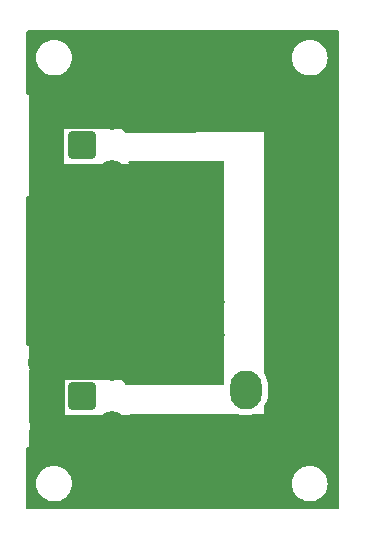
<source format=gbr>
%TF.GenerationSoftware,KiCad,Pcbnew,7.0.1*%
%TF.CreationDate,2023-11-03T16:47:46+00:00*%
%TF.ProjectId,SMA_Kondensator_Tets,534d415f-4b6f-46e6-9465-6e7361746f72,rev?*%
%TF.SameCoordinates,Original*%
%TF.FileFunction,Copper,L2,Bot*%
%TF.FilePolarity,Positive*%
%FSLAX46Y46*%
G04 Gerber Fmt 4.6, Leading zero omitted, Abs format (unit mm)*
G04 Created by KiCad (PCBNEW 7.0.1) date 2023-11-03 16:47:46*
%MOMM*%
%LPD*%
G01*
G04 APERTURE LIST*
G04 Aperture macros list*
%AMRoundRect*
0 Rectangle with rounded corners*
0 $1 Rounding radius*
0 $2 $3 $4 $5 $6 $7 $8 $9 X,Y pos of 4 corners*
0 Add a 4 corners polygon primitive as box body*
4,1,4,$2,$3,$4,$5,$6,$7,$8,$9,$2,$3,0*
0 Add four circle primitives for the rounded corners*
1,1,$1+$1,$2,$3*
1,1,$1+$1,$4,$5*
1,1,$1+$1,$6,$7*
1,1,$1+$1,$8,$9*
0 Add four rect primitives between the rounded corners*
20,1,$1+$1,$2,$3,$4,$5,0*
20,1,$1+$1,$4,$5,$6,$7,0*
20,1,$1+$1,$6,$7,$8,$9,0*
20,1,$1+$1,$8,$9,$2,$3,0*%
G04 Aperture macros list end*
%TA.AperFunction,ComponentPad*%
%ADD10RoundRect,0.200100X0.949900X-0.949900X0.949900X0.949900X-0.949900X0.949900X-0.949900X-0.949900X0*%
%TD*%
%TA.AperFunction,ComponentPad*%
%ADD11C,2.500000*%
%TD*%
%TA.AperFunction,ComponentPad*%
%ADD12RoundRect,0.250001X1.099999X1.399999X-1.099999X1.399999X-1.099999X-1.399999X1.099999X-1.399999X0*%
%TD*%
%TA.AperFunction,ComponentPad*%
%ADD13O,2.700000X3.300000*%
%TD*%
%TA.AperFunction,ViaPad*%
%ADD14C,0.800000*%
%TD*%
%TA.AperFunction,Conductor*%
%ADD15C,3.000000*%
%TD*%
%TA.AperFunction,Conductor*%
%ADD16C,8.000000*%
%TD*%
G04 APERTURE END LIST*
D10*
%TO.P,J2,1,Pin_1*%
%TO.N,Net-(J1-Pin_1)*%
X117620000Y-68430000D03*
D11*
%TO.P,J2,2,Pin_2*%
%TO.N,GND*%
X115080000Y-70970000D03*
X120160000Y-70970000D03*
X115080000Y-65890000D03*
X120160000Y-65890000D03*
%TD*%
D10*
%TO.P,J1,1,Pin_1*%
%TO.N,Net-(J1-Pin_1)*%
X117650000Y-89680000D03*
D11*
%TO.P,J1,2,Pin_2*%
%TO.N,GND*%
X115110000Y-92220000D03*
X120190000Y-92220000D03*
X115110000Y-87140000D03*
X120190000Y-87140000D03*
%TD*%
D12*
%TO.P,J4,1,Pin_1*%
%TO.N,GND*%
X131530000Y-94640000D03*
D13*
%TO.P,J4,2,Pin_2*%
%TO.N,Net-(J1-Pin_1)*%
X131530000Y-89140000D03*
%TD*%
D14*
%TO.N,GND*%
X125200000Y-95250000D03*
X127990000Y-95240000D03*
X117900000Y-95190000D03*
X119340000Y-95190000D03*
X126580000Y-95260000D03*
X122160000Y-95210000D03*
X120830000Y-95230000D03*
X123600000Y-95240000D03*
X123880000Y-83710000D03*
X115380000Y-81610000D03*
X126870000Y-83730000D03*
X126880000Y-81640000D03*
X116820000Y-81640000D03*
X121080000Y-81660000D03*
X125430000Y-83730000D03*
X118190000Y-83750000D03*
X115370000Y-83730000D03*
X116700000Y-83710000D03*
X122540000Y-81630000D03*
X121090000Y-83720000D03*
X119630000Y-83750000D03*
X118150000Y-81620000D03*
X123950000Y-81610000D03*
X119640000Y-81660000D03*
X122500000Y-83700000D03*
X125330000Y-81620000D03*
X124000000Y-79690000D03*
X115500000Y-77590000D03*
X126990000Y-79710000D03*
X127000000Y-77620000D03*
X116940000Y-77620000D03*
X121200000Y-77640000D03*
X125550000Y-79710000D03*
X118310000Y-79730000D03*
X115490000Y-79710000D03*
X116820000Y-79690000D03*
X122660000Y-77610000D03*
X121210000Y-79700000D03*
X119750000Y-79730000D03*
X118270000Y-77600000D03*
X124070000Y-77590000D03*
X119760000Y-77640000D03*
X122620000Y-79680000D03*
X125450000Y-77600000D03*
X123780000Y-75450000D03*
X115280000Y-73350000D03*
X126770000Y-75470000D03*
X126780000Y-73380000D03*
X116720000Y-73380000D03*
X120980000Y-73400000D03*
X125330000Y-75470000D03*
X118090000Y-75490000D03*
X115270000Y-75470000D03*
X116600000Y-75450000D03*
X122440000Y-73370000D03*
X120990000Y-75460000D03*
X119530000Y-75490000D03*
X118050000Y-73360000D03*
X123850000Y-73350000D03*
X119540000Y-73400000D03*
X122400000Y-75440000D03*
X125230000Y-73360000D03*
X136530000Y-77610000D03*
X136530000Y-69040000D03*
X136530000Y-83440000D03*
X136520000Y-71810000D03*
X136480000Y-92090000D03*
X136540000Y-67440000D03*
X136480000Y-74740000D03*
X136500000Y-80540000D03*
X136500000Y-89270000D03*
X136540000Y-86230000D03*
X136500000Y-70480000D03*
X136500000Y-63190000D03*
X136510000Y-76200000D03*
X136480000Y-73300000D03*
X136480000Y-93530000D03*
X136520000Y-78990000D03*
X136520000Y-90600000D03*
X136530000Y-87830000D03*
X136550000Y-84850000D03*
X136550000Y-66060000D03*
X136500000Y-81980000D03*
X136530000Y-64650000D03*
X126010000Y-63210000D03*
X118880000Y-63240000D03*
X121750000Y-63190000D03*
X117500000Y-63230000D03*
X123190000Y-63190000D03*
X120290000Y-63220000D03*
X133300000Y-63210000D03*
X134740000Y-63210000D03*
X131840000Y-63240000D03*
X130430000Y-63260000D03*
X127450000Y-63240000D03*
X129050000Y-63250000D03*
X124680000Y-63230000D03*
X114080000Y-82080000D03*
X114080000Y-74790000D03*
X114080000Y-73350000D03*
X114110000Y-76250000D03*
X114130000Y-77660000D03*
X114110000Y-80640000D03*
X114120000Y-79040000D03*
X114100000Y-83410000D03*
X125670000Y-98270000D03*
X118540000Y-98300000D03*
X121410000Y-98250000D03*
X117160000Y-98290000D03*
X122850000Y-98250000D03*
X119950000Y-98280000D03*
X132960000Y-98270000D03*
X134400000Y-98270000D03*
X131500000Y-98300000D03*
X130090000Y-98320000D03*
X127110000Y-98300000D03*
X128710000Y-98310000D03*
X124340000Y-98290000D03*
X138560000Y-90260000D03*
X138540000Y-94520000D03*
X138540000Y-93080000D03*
X138560000Y-82970000D03*
X138560000Y-81530000D03*
X138590000Y-84430000D03*
X138610000Y-85840000D03*
X138590000Y-88820000D03*
X138600000Y-87220000D03*
X138580000Y-91590000D03*
X138560000Y-71470000D03*
X138590000Y-78600000D03*
X138540000Y-75730000D03*
X138580000Y-79980000D03*
X138540000Y-74290000D03*
X138570000Y-77190000D03*
X138560000Y-64180000D03*
X138560000Y-62740000D03*
X138590000Y-65640000D03*
X138610000Y-67050000D03*
X138590000Y-70030000D03*
X138600000Y-68430000D03*
X138580000Y-72800000D03*
X134710000Y-59590000D03*
X130400000Y-59640000D03*
X133270000Y-59590000D03*
X129020000Y-59630000D03*
X131810000Y-59620000D03*
X124650000Y-59610000D03*
X123160000Y-59570000D03*
X127420000Y-59620000D03*
X125980000Y-59590000D03*
X118850000Y-59620000D03*
X121720000Y-59570000D03*
X117470000Y-59610000D03*
X120260000Y-59600000D03*
X133870000Y-84450000D03*
X129050000Y-70160000D03*
X126500000Y-66720000D03*
X129260000Y-83200000D03*
X133780000Y-72280000D03*
X132390000Y-91650000D03*
X125020000Y-88240000D03*
X123710000Y-66730000D03*
X133730000Y-71050000D03*
X129240000Y-75010000D03*
X127960000Y-66690000D03*
X126260000Y-70170000D03*
X125090000Y-66740000D03*
X133840000Y-77500000D03*
X133830000Y-73540000D03*
X133860000Y-83030000D03*
X133850000Y-76180000D03*
X134040000Y-90910000D03*
X132220000Y-66710000D03*
X123210000Y-91690000D03*
X123120000Y-88230000D03*
X133940000Y-88460000D03*
X133660000Y-66740000D03*
X129260000Y-77650000D03*
X133900000Y-78870000D03*
X129250000Y-76390000D03*
X133840000Y-74920000D03*
X133920000Y-80180000D03*
X133640000Y-68300000D03*
X129190000Y-73750000D03*
X129090000Y-71300000D03*
X129140000Y-72520000D03*
X129260000Y-80300000D03*
X130490000Y-91640000D03*
X126730000Y-88230000D03*
X129270000Y-84500000D03*
X124800000Y-70200000D03*
X129240000Y-85990000D03*
X129230000Y-87360000D03*
X133880000Y-81620000D03*
X129270000Y-81670000D03*
X133680000Y-69830000D03*
X129250000Y-78970000D03*
X127640000Y-70180000D03*
X123360000Y-70200000D03*
X129400000Y-66690000D03*
X128300000Y-91720000D03*
X133880000Y-85920000D03*
X125110000Y-91700000D03*
X128210000Y-88260000D03*
X130890000Y-66730000D03*
X126820000Y-91690000D03*
%TD*%
D15*
%TO.N,GND*%
X114630000Y-92710000D02*
X121770000Y-92710000D01*
D16*
X122685000Y-95270000D02*
X130170000Y-95270000D01*
D15*
X114630000Y-86590000D02*
X114630000Y-93730000D01*
X114480000Y-86750000D02*
X121620000Y-86750000D01*
X114630000Y-65480000D02*
X121770000Y-65480000D01*
X114590000Y-71410000D02*
X121730000Y-71410000D01*
X114580000Y-65555000D02*
X114580000Y-83025000D01*
%TD*%
%TA.AperFunction,Conductor*%
%TO.N,GND*%
G36*
X139357500Y-58702113D02*
G01*
X139402887Y-58747500D01*
X139419500Y-58809500D01*
X139419500Y-72421944D01*
X139360274Y-99106368D01*
X139343585Y-99168225D01*
X139298248Y-99213495D01*
X139236367Y-99230093D01*
X113044593Y-99249830D01*
X112982554Y-99233248D01*
X112937128Y-99187857D01*
X112920500Y-99125830D01*
X112920500Y-97059999D01*
X113750686Y-97059999D01*
X113769268Y-97296110D01*
X113824556Y-97526404D01*
X113879258Y-97658465D01*
X113915191Y-97745214D01*
X114038939Y-97947153D01*
X114192754Y-98127246D01*
X114372847Y-98281061D01*
X114574786Y-98404809D01*
X114738893Y-98472784D01*
X114793595Y-98495443D01*
X114866350Y-98512909D01*
X115023891Y-98550732D01*
X115260000Y-98569314D01*
X115496109Y-98550732D01*
X115726404Y-98495443D01*
X115945214Y-98404809D01*
X116147153Y-98281061D01*
X116327246Y-98127246D01*
X116481061Y-97947153D01*
X116604809Y-97745214D01*
X116695443Y-97526404D01*
X116750732Y-97296109D01*
X116769314Y-97060000D01*
X135400686Y-97060000D01*
X135419268Y-97296110D01*
X135474556Y-97526404D01*
X135529258Y-97658465D01*
X135565191Y-97745214D01*
X135688939Y-97947153D01*
X135842754Y-98127246D01*
X136022847Y-98281061D01*
X136224786Y-98404809D01*
X136388893Y-98472784D01*
X136443595Y-98495443D01*
X136516350Y-98512909D01*
X136673891Y-98550732D01*
X136910000Y-98569314D01*
X137146109Y-98550732D01*
X137376404Y-98495443D01*
X137595214Y-98404809D01*
X137797153Y-98281061D01*
X137977246Y-98127246D01*
X138131061Y-97947153D01*
X138254809Y-97745214D01*
X138345443Y-97526404D01*
X138400732Y-97296109D01*
X138419314Y-97060000D01*
X138400732Y-96823891D01*
X138348141Y-96604832D01*
X138345443Y-96593595D01*
X138310130Y-96508344D01*
X138254809Y-96374786D01*
X138131061Y-96172847D01*
X137977246Y-95992754D01*
X137797153Y-95838939D01*
X137595214Y-95715191D01*
X137497945Y-95674901D01*
X137376404Y-95624556D01*
X137146110Y-95569268D01*
X136910000Y-95550686D01*
X136673889Y-95569268D01*
X136443595Y-95624556D01*
X136262537Y-95699554D01*
X136224786Y-95715191D01*
X136023702Y-95838415D01*
X136022844Y-95838941D01*
X135842754Y-95992754D01*
X135688941Y-96172844D01*
X135688939Y-96172846D01*
X135688939Y-96172847D01*
X135565191Y-96374786D01*
X135551917Y-96406832D01*
X135474556Y-96593595D01*
X135419268Y-96823889D01*
X135400686Y-97060000D01*
X116769314Y-97060000D01*
X116750732Y-96823891D01*
X116698141Y-96604832D01*
X116695443Y-96593595D01*
X116660130Y-96508344D01*
X116604809Y-96374786D01*
X116481061Y-96172847D01*
X116327246Y-95992754D01*
X116147153Y-95838939D01*
X115945214Y-95715191D01*
X115847945Y-95674901D01*
X115726404Y-95624556D01*
X115496110Y-95569268D01*
X115260000Y-95550686D01*
X115023889Y-95569268D01*
X114793595Y-95624556D01*
X114612537Y-95699554D01*
X114574786Y-95715191D01*
X114373702Y-95838415D01*
X114372844Y-95838941D01*
X114192754Y-95992754D01*
X114038941Y-96172844D01*
X114038939Y-96172846D01*
X114038939Y-96172847D01*
X113915191Y-96374786D01*
X113901917Y-96406832D01*
X113824556Y-96593595D01*
X113769268Y-96823889D01*
X113750686Y-97059999D01*
X112920500Y-97059999D01*
X112920500Y-95699760D01*
X112920541Y-95699554D01*
X112920541Y-95650446D01*
X112920500Y-95650240D01*
X112920500Y-94890000D01*
X129680000Y-94890000D01*
X129680000Y-96089978D01*
X129690493Y-96192695D01*
X129745642Y-96359121D01*
X129837683Y-96508344D01*
X129961655Y-96632316D01*
X130110878Y-96724357D01*
X130277304Y-96779506D01*
X130380022Y-96790000D01*
X131280000Y-96790000D01*
X131280000Y-94890000D01*
X131780000Y-94890000D01*
X131780000Y-96790000D01*
X132679978Y-96790000D01*
X132782695Y-96779506D01*
X132949121Y-96724357D01*
X133098344Y-96632316D01*
X133222316Y-96508344D01*
X133314357Y-96359121D01*
X133369506Y-96192695D01*
X133380000Y-96089978D01*
X133380000Y-94890000D01*
X131780000Y-94890000D01*
X131280000Y-94890000D01*
X129680000Y-94890000D01*
X112920500Y-94890000D01*
X112920500Y-94390000D01*
X129680000Y-94390000D01*
X131280000Y-94390000D01*
X131280000Y-92490000D01*
X131780000Y-92490000D01*
X131780000Y-94390000D01*
X133380000Y-94390000D01*
X133380000Y-93190022D01*
X133369506Y-93087304D01*
X133314357Y-92920878D01*
X133222316Y-92771655D01*
X133098344Y-92647683D01*
X132949121Y-92555642D01*
X132782695Y-92500493D01*
X132679978Y-92490000D01*
X131780000Y-92490000D01*
X131280000Y-92490000D01*
X130380022Y-92490000D01*
X130277304Y-92500493D01*
X130110878Y-92555642D01*
X129961655Y-92647683D01*
X129837683Y-92771655D01*
X129745642Y-92920878D01*
X129690493Y-93087304D01*
X129680000Y-93190022D01*
X129680000Y-94390000D01*
X112920500Y-94390000D01*
X112920500Y-94050620D01*
X112934018Y-93994320D01*
X112971624Y-93950295D01*
X113025120Y-93928144D01*
X113082841Y-93932696D01*
X113132203Y-93962960D01*
X113149616Y-93980381D01*
X113149617Y-93980383D01*
X113149808Y-93980461D01*
X113149999Y-93980541D01*
X113150000Y-93980541D01*
X113150001Y-93980541D01*
X113150127Y-93980488D01*
X113150383Y-93980383D01*
X113150500Y-93980099D01*
X113150500Y-93622720D01*
X114060831Y-93622720D01*
X114232546Y-93739793D01*
X114468860Y-93853596D01*
X114719496Y-93930908D01*
X114978856Y-93970000D01*
X115241144Y-93970000D01*
X115500503Y-93930908D01*
X115751139Y-93853596D01*
X115987456Y-93739792D01*
X116159167Y-93622720D01*
X119140831Y-93622720D01*
X119312546Y-93739793D01*
X119548860Y-93853596D01*
X119799496Y-93930908D01*
X120058856Y-93970000D01*
X120321144Y-93970000D01*
X120580503Y-93930908D01*
X120831139Y-93853596D01*
X121067456Y-93739792D01*
X121239167Y-93622720D01*
X120189999Y-92573553D01*
X120189998Y-92573553D01*
X119140831Y-93622720D01*
X116159167Y-93622720D01*
X115109999Y-92573553D01*
X115109998Y-92573553D01*
X114060831Y-93622720D01*
X113150500Y-93622720D01*
X113150500Y-92599827D01*
X113164870Y-92541886D01*
X113204648Y-92497373D01*
X113260616Y-92476607D01*
X113319802Y-92484399D01*
X113368488Y-92518943D01*
X113395391Y-92572234D01*
X113433059Y-92737270D01*
X113528882Y-92981424D01*
X113660027Y-93208573D01*
X113707873Y-93268571D01*
X113707874Y-93268571D01*
X114756446Y-92220001D01*
X114756446Y-92220000D01*
X113707873Y-91171427D01*
X113660028Y-91231424D01*
X113528882Y-91458576D01*
X113433059Y-91702729D01*
X113395391Y-91867766D01*
X113368488Y-91921057D01*
X113319802Y-91955601D01*
X113260616Y-91963393D01*
X113204648Y-91942627D01*
X113164870Y-91898114D01*
X113150500Y-91840173D01*
X113150500Y-87519827D01*
X113164870Y-87461886D01*
X113204648Y-87417373D01*
X113260616Y-87396607D01*
X113319802Y-87404399D01*
X113368488Y-87438943D01*
X113395391Y-87492234D01*
X113433059Y-87657270D01*
X113528882Y-87901424D01*
X113660027Y-88128573D01*
X113707873Y-88188571D01*
X113707874Y-88188571D01*
X114756446Y-87140001D01*
X114756446Y-87140000D01*
X113707873Y-86091427D01*
X113660028Y-86151424D01*
X113528882Y-86378576D01*
X113433059Y-86622729D01*
X113395391Y-86787766D01*
X113368488Y-86841057D01*
X113319802Y-86875601D01*
X113260616Y-86883393D01*
X113204648Y-86862627D01*
X113164870Y-86818114D01*
X113150500Y-86760173D01*
X113150500Y-85737278D01*
X114060832Y-85737278D01*
X115110000Y-86786446D01*
X115110001Y-86786446D01*
X116159167Y-85737278D01*
X119140832Y-85737278D01*
X120190000Y-86786446D01*
X120190001Y-86786446D01*
X121239167Y-85737278D01*
X121067451Y-85620205D01*
X120831139Y-85506403D01*
X120580503Y-85429091D01*
X120321144Y-85390000D01*
X120058856Y-85390000D01*
X119799496Y-85429091D01*
X119548860Y-85506403D01*
X119312545Y-85620206D01*
X119140832Y-85737278D01*
X116159167Y-85737278D01*
X115987451Y-85620205D01*
X115751139Y-85506403D01*
X115500503Y-85429091D01*
X115241144Y-85390000D01*
X114978856Y-85390000D01*
X114719496Y-85429091D01*
X114468860Y-85506403D01*
X114232545Y-85620206D01*
X114060832Y-85737278D01*
X113150500Y-85737278D01*
X113150500Y-85379900D01*
X113150383Y-85379618D01*
X113150383Y-85379617D01*
X113150381Y-85379616D01*
X113150001Y-85379459D01*
X113149999Y-85379459D01*
X113149618Y-85379616D01*
X113132203Y-85397040D01*
X113082841Y-85427304D01*
X113025120Y-85431856D01*
X112971624Y-85409705D01*
X112934018Y-85365680D01*
X112920500Y-85309380D01*
X112920500Y-72830635D01*
X112934017Y-72774336D01*
X112971623Y-72730311D01*
X113025117Y-72708159D01*
X113082837Y-72712710D01*
X113096622Y-72721161D01*
X113096716Y-72720936D01*
X113119999Y-72730541D01*
X113120000Y-72730541D01*
X113120001Y-72730541D01*
X113120127Y-72730488D01*
X113120383Y-72730383D01*
X113120500Y-72730099D01*
X113120500Y-72372720D01*
X114030831Y-72372720D01*
X114202546Y-72489793D01*
X114438860Y-72603596D01*
X114689496Y-72680908D01*
X114948856Y-72720000D01*
X115211144Y-72720000D01*
X115470503Y-72680908D01*
X115721139Y-72603596D01*
X115957456Y-72489792D01*
X116129167Y-72372720D01*
X119110831Y-72372720D01*
X119282546Y-72489793D01*
X119518860Y-72603596D01*
X119769496Y-72680908D01*
X120028856Y-72720000D01*
X120291144Y-72720000D01*
X120550503Y-72680908D01*
X120801139Y-72603596D01*
X121037456Y-72489792D01*
X121209167Y-72372720D01*
X120160001Y-71323553D01*
X120160000Y-71323553D01*
X119110831Y-72372720D01*
X116129167Y-72372720D01*
X115080001Y-71323553D01*
X115080000Y-71323553D01*
X114030831Y-72372720D01*
X113120500Y-72372720D01*
X113120500Y-71349827D01*
X113134870Y-71291886D01*
X113174648Y-71247373D01*
X113230616Y-71226607D01*
X113289802Y-71234399D01*
X113338488Y-71268943D01*
X113365391Y-71322234D01*
X113403059Y-71487270D01*
X113498882Y-71731424D01*
X113630027Y-71958573D01*
X113677873Y-72018571D01*
X113677874Y-72018571D01*
X114726446Y-70970001D01*
X114726446Y-70969999D01*
X113677873Y-69921427D01*
X113630028Y-69981424D01*
X113498882Y-70208576D01*
X113403059Y-70452729D01*
X113365391Y-70617766D01*
X113338488Y-70671057D01*
X113289802Y-70705601D01*
X113230616Y-70713393D01*
X113174648Y-70692627D01*
X113134870Y-70648114D01*
X113120500Y-70590173D01*
X113120500Y-69567278D01*
X114030831Y-69567278D01*
X116482124Y-72018571D01*
X116529972Y-71958572D01*
X116661117Y-71731423D01*
X116756940Y-71487270D01*
X116815306Y-71231552D01*
X116834907Y-70969999D01*
X116815306Y-70708447D01*
X116756941Y-70452735D01*
X116677297Y-70249802D01*
X116669506Y-70190616D01*
X116690273Y-70134648D01*
X116734785Y-70094870D01*
X116792726Y-70080500D01*
X118447274Y-70080500D01*
X118505215Y-70094870D01*
X118549727Y-70134648D01*
X118570494Y-70190616D01*
X118562703Y-70249802D01*
X118483058Y-70452735D01*
X118424693Y-70708447D01*
X118405092Y-70969999D01*
X118424693Y-71231552D01*
X118483059Y-71487270D01*
X118578882Y-71731424D01*
X118710027Y-71958573D01*
X118757873Y-72018571D01*
X120072318Y-70704127D01*
X120127905Y-70672033D01*
X120192093Y-70672033D01*
X120247680Y-70704127D01*
X121562124Y-72018571D01*
X121609972Y-71958572D01*
X121741117Y-71731423D01*
X121836940Y-71487270D01*
X121895306Y-71231552D01*
X121914907Y-70969999D01*
X121895306Y-70708447D01*
X121836940Y-70452729D01*
X121741117Y-70208575D01*
X121609970Y-69981422D01*
X121570009Y-69931312D01*
X121543736Y-69867883D01*
X121555236Y-69800198D01*
X121600984Y-69749006D01*
X121666956Y-69730000D01*
X129565935Y-69730000D01*
X129627954Y-69746624D01*
X129673344Y-69792038D01*
X129689934Y-69854063D01*
X129688425Y-72720936D01*
X129680064Y-88595939D01*
X129663409Y-88657948D01*
X129617973Y-88703314D01*
X129555939Y-88719874D01*
X121359374Y-88711628D01*
X121294112Y-88692987D01*
X121248439Y-88642780D01*
X121236041Y-88576050D01*
X121239166Y-88542719D01*
X120190000Y-87493553D01*
X119836448Y-87140001D01*
X120543553Y-87140001D01*
X121592124Y-88188571D01*
X121639972Y-88128572D01*
X121771117Y-87901423D01*
X121866940Y-87657270D01*
X121925306Y-87401552D01*
X121944907Y-87139999D01*
X121925306Y-86878447D01*
X121866940Y-86622729D01*
X121771117Y-86378575D01*
X121639972Y-86151426D01*
X121592125Y-86091427D01*
X120543553Y-87140000D01*
X120543553Y-87140001D01*
X119836448Y-87140001D01*
X118787874Y-86091428D01*
X118740026Y-86151428D01*
X118608882Y-86378576D01*
X118513059Y-86622729D01*
X118454693Y-86878447D01*
X118435092Y-87139999D01*
X118454693Y-87401552D01*
X118513058Y-87657264D01*
X118592703Y-87860198D01*
X118600494Y-87919384D01*
X118579727Y-87975352D01*
X118535215Y-88015130D01*
X118477274Y-88029500D01*
X116822726Y-88029500D01*
X116764785Y-88015130D01*
X116720273Y-87975352D01*
X116699506Y-87919384D01*
X116707297Y-87860198D01*
X116786941Y-87657264D01*
X116845306Y-87401552D01*
X116864907Y-87139999D01*
X116845306Y-86878447D01*
X116786940Y-86622729D01*
X116691117Y-86378575D01*
X116559972Y-86151426D01*
X116512125Y-86091427D01*
X115110000Y-87493553D01*
X114060831Y-88542720D01*
X114232546Y-88659793D01*
X114468860Y-88773596D01*
X114719496Y-88850908D01*
X114978856Y-88890000D01*
X115241144Y-88890000D01*
X115500503Y-88850908D01*
X115751142Y-88773595D01*
X115821699Y-88739618D01*
X115882453Y-88727533D01*
X115941472Y-88746344D01*
X115984028Y-88791357D01*
X115999500Y-88851338D01*
X115999500Y-90508662D01*
X115984028Y-90568643D01*
X115941472Y-90613656D01*
X115882453Y-90632467D01*
X115821699Y-90620382D01*
X115751142Y-90586404D01*
X115500503Y-90509091D01*
X115241144Y-90470000D01*
X114978856Y-90470000D01*
X114719496Y-90509091D01*
X114468860Y-90586403D01*
X114232545Y-90700206D01*
X114060831Y-90817278D01*
X116512124Y-93268571D01*
X116559972Y-93208572D01*
X116691117Y-92981423D01*
X116786940Y-92737270D01*
X116845306Y-92481552D01*
X116864907Y-92220000D01*
X116845306Y-91958447D01*
X116786941Y-91702735D01*
X116707297Y-91499802D01*
X116699506Y-91440616D01*
X116720273Y-91384648D01*
X116764785Y-91344870D01*
X116822726Y-91330500D01*
X118477274Y-91330500D01*
X118535215Y-91344870D01*
X118579727Y-91384648D01*
X118600494Y-91440616D01*
X118592703Y-91499802D01*
X118513058Y-91702735D01*
X118454693Y-91958447D01*
X118435092Y-92220000D01*
X118454693Y-92481552D01*
X118513059Y-92737270D01*
X118608882Y-92981424D01*
X118740027Y-93208573D01*
X118787873Y-93268571D01*
X120102318Y-91954127D01*
X120157905Y-91922033D01*
X120222093Y-91922033D01*
X120277680Y-91954127D01*
X121592124Y-93268571D01*
X121639972Y-93208572D01*
X121771117Y-92981423D01*
X121866940Y-92737270D01*
X121925306Y-92481552D01*
X121944907Y-92220000D01*
X121925306Y-91958447D01*
X121866940Y-91702729D01*
X121771117Y-91458576D01*
X121693668Y-91324430D01*
X121677055Y-91262453D01*
X121693645Y-91200470D01*
X121738995Y-91155078D01*
X121800957Y-91138431D01*
X130743234Y-91131722D01*
X130800026Y-91145445D01*
X130804325Y-91147656D01*
X131049867Y-91231424D01*
X131060695Y-91235118D01*
X131327066Y-91284319D01*
X131597764Y-91294212D01*
X131597764Y-91294211D01*
X131597765Y-91294212D01*
X131867018Y-91264586D01*
X132129088Y-91196072D01*
X132243019Y-91147656D01*
X132260035Y-91140425D01*
X132308438Y-91130548D01*
X133040000Y-91130000D01*
X133039268Y-90549963D01*
X133044503Y-90514158D01*
X133059851Y-90481391D01*
X133148044Y-90348090D01*
X133263020Y-90102824D01*
X133341060Y-89843431D01*
X133380500Y-89575439D01*
X133380500Y-88772369D01*
X133377218Y-88727533D01*
X133365677Y-88569843D01*
X133306780Y-88305449D01*
X133306780Y-88305447D01*
X133210014Y-88052442D01*
X133077441Y-87816223D01*
X133061553Y-87795648D01*
X133042367Y-87759976D01*
X133035700Y-87720024D01*
X133009999Y-67330000D01*
X133009999Y-67329999D01*
X121324227Y-67356141D01*
X121276625Y-67346755D01*
X121236269Y-67319822D01*
X120160000Y-66243553D01*
X119806447Y-65890000D01*
X120513553Y-65890000D01*
X121562124Y-66938571D01*
X121609972Y-66878572D01*
X121741117Y-66651423D01*
X121836940Y-66407270D01*
X121895306Y-66151552D01*
X121914907Y-65890000D01*
X121895306Y-65628447D01*
X121836940Y-65372729D01*
X121741117Y-65128575D01*
X121609972Y-64901426D01*
X121562125Y-64841427D01*
X120513553Y-65890000D01*
X119806447Y-65890000D01*
X118757874Y-64841428D01*
X118710026Y-64901428D01*
X118578882Y-65128576D01*
X118483059Y-65372729D01*
X118424693Y-65628447D01*
X118405092Y-65890000D01*
X118424693Y-66151552D01*
X118483058Y-66407264D01*
X118562703Y-66610198D01*
X118570494Y-66669384D01*
X118549727Y-66725352D01*
X118505215Y-66765130D01*
X118447274Y-66779500D01*
X116792726Y-66779500D01*
X116734785Y-66765130D01*
X116690273Y-66725352D01*
X116669506Y-66669384D01*
X116677297Y-66610198D01*
X116756941Y-66407264D01*
X116815306Y-66151552D01*
X116834907Y-65890000D01*
X116815306Y-65628447D01*
X116756940Y-65372729D01*
X116661117Y-65128575D01*
X116529972Y-64901426D01*
X116482125Y-64841427D01*
X115080000Y-66243553D01*
X114030831Y-67292720D01*
X114202546Y-67409793D01*
X114438860Y-67523596D01*
X114689496Y-67600908D01*
X114948856Y-67640000D01*
X115211144Y-67640000D01*
X115470503Y-67600908D01*
X115721142Y-67523595D01*
X115791699Y-67489618D01*
X115852453Y-67477533D01*
X115911472Y-67496344D01*
X115954028Y-67541357D01*
X115969500Y-67601338D01*
X115969500Y-69258662D01*
X115954028Y-69318643D01*
X115911472Y-69363656D01*
X115852453Y-69382467D01*
X115791699Y-69370382D01*
X115721142Y-69336404D01*
X115470503Y-69259091D01*
X115211144Y-69220000D01*
X114948856Y-69220000D01*
X114689496Y-69259091D01*
X114438860Y-69336403D01*
X114202545Y-69450206D01*
X114030831Y-69567278D01*
X113120500Y-69567278D01*
X113120500Y-66269827D01*
X113134870Y-66211886D01*
X113174648Y-66167373D01*
X113230616Y-66146607D01*
X113289802Y-66154399D01*
X113338488Y-66188943D01*
X113365391Y-66242234D01*
X113403059Y-66407270D01*
X113498882Y-66651424D01*
X113630027Y-66878573D01*
X113677873Y-66938571D01*
X113677874Y-66938571D01*
X114726446Y-65890001D01*
X114726446Y-65889999D01*
X113677873Y-64841427D01*
X113630028Y-64901424D01*
X113498882Y-65128576D01*
X113403059Y-65372729D01*
X113365391Y-65537766D01*
X113338488Y-65591057D01*
X113289802Y-65625601D01*
X113230616Y-65633393D01*
X113174648Y-65612627D01*
X113134870Y-65568114D01*
X113120500Y-65510173D01*
X113120500Y-64487278D01*
X114030832Y-64487278D01*
X115080000Y-65536446D01*
X115080001Y-65536446D01*
X116129167Y-64487278D01*
X119110832Y-64487278D01*
X120160000Y-65536446D01*
X120160001Y-65536446D01*
X121209167Y-64487278D01*
X121037451Y-64370205D01*
X120801139Y-64256403D01*
X120550503Y-64179091D01*
X120291144Y-64140000D01*
X120028856Y-64140000D01*
X119769496Y-64179091D01*
X119518860Y-64256403D01*
X119282545Y-64370206D01*
X119110832Y-64487278D01*
X116129167Y-64487278D01*
X115957451Y-64370205D01*
X115721139Y-64256403D01*
X115470503Y-64179091D01*
X115211144Y-64140000D01*
X114948856Y-64140000D01*
X114689496Y-64179091D01*
X114438860Y-64256403D01*
X114202545Y-64370206D01*
X114030832Y-64487278D01*
X113120500Y-64487278D01*
X113120500Y-64129900D01*
X113120441Y-64129758D01*
X113120383Y-64129617D01*
X113120381Y-64129616D01*
X113120001Y-64129459D01*
X113119999Y-64129459D01*
X113096716Y-64139064D01*
X113096622Y-64138838D01*
X113082837Y-64147290D01*
X113025117Y-64151841D01*
X112971623Y-64129689D01*
X112934017Y-64085664D01*
X112920500Y-64029365D01*
X112920500Y-60999999D01*
X113750686Y-60999999D01*
X113769268Y-61236110D01*
X113824556Y-61466404D01*
X113879258Y-61598465D01*
X113915191Y-61685214D01*
X114038939Y-61887153D01*
X114192754Y-62067246D01*
X114372847Y-62221061D01*
X114574786Y-62344809D01*
X114738893Y-62412784D01*
X114793595Y-62435443D01*
X114866350Y-62452909D01*
X115023891Y-62490732D01*
X115260000Y-62509314D01*
X115496109Y-62490732D01*
X115726404Y-62435443D01*
X115945214Y-62344809D01*
X116147153Y-62221061D01*
X116327246Y-62067246D01*
X116481061Y-61887153D01*
X116604809Y-61685214D01*
X116695443Y-61466404D01*
X116750732Y-61236109D01*
X116769314Y-61000000D01*
X135400686Y-61000000D01*
X135419268Y-61236110D01*
X135474556Y-61466404D01*
X135529258Y-61598465D01*
X135565191Y-61685214D01*
X135688939Y-61887153D01*
X135842754Y-62067246D01*
X136022847Y-62221061D01*
X136224786Y-62344809D01*
X136388893Y-62412784D01*
X136443595Y-62435443D01*
X136516350Y-62452909D01*
X136673891Y-62490732D01*
X136910000Y-62509314D01*
X137146109Y-62490732D01*
X137376404Y-62435443D01*
X137595214Y-62344809D01*
X137797153Y-62221061D01*
X137977246Y-62067246D01*
X138131061Y-61887153D01*
X138254809Y-61685214D01*
X138345443Y-61466404D01*
X138400732Y-61236109D01*
X138419314Y-61000000D01*
X138400732Y-60763891D01*
X138348141Y-60544832D01*
X138345443Y-60533595D01*
X138322784Y-60478893D01*
X138254809Y-60314786D01*
X138131061Y-60112847D01*
X137977246Y-59932754D01*
X137797153Y-59778939D01*
X137595214Y-59655191D01*
X137508465Y-59619258D01*
X137376404Y-59564556D01*
X137146110Y-59509268D01*
X136910000Y-59490686D01*
X136673889Y-59509268D01*
X136443595Y-59564556D01*
X136256832Y-59641916D01*
X136224786Y-59655191D01*
X136023702Y-59778415D01*
X136022844Y-59778941D01*
X135842754Y-59932754D01*
X135688941Y-60112844D01*
X135688939Y-60112846D01*
X135688939Y-60112847D01*
X135565191Y-60314786D01*
X135551916Y-60346832D01*
X135474556Y-60533595D01*
X135419268Y-60763889D01*
X135400686Y-61000000D01*
X116769314Y-61000000D01*
X116750732Y-60763891D01*
X116698141Y-60544832D01*
X116695443Y-60533595D01*
X116672784Y-60478893D01*
X116604809Y-60314786D01*
X116481061Y-60112847D01*
X116327246Y-59932754D01*
X116147153Y-59778939D01*
X115945214Y-59655191D01*
X115858465Y-59619258D01*
X115726404Y-59564556D01*
X115496110Y-59509268D01*
X115260000Y-59490686D01*
X115023889Y-59509268D01*
X114793595Y-59564556D01*
X114606832Y-59641916D01*
X114574786Y-59655191D01*
X114373702Y-59778415D01*
X114372844Y-59778941D01*
X114192754Y-59932754D01*
X114038941Y-60112844D01*
X114038939Y-60112846D01*
X114038939Y-60112847D01*
X113915191Y-60314786D01*
X113901916Y-60346832D01*
X113824556Y-60533595D01*
X113769268Y-60763889D01*
X113750686Y-60999999D01*
X112920500Y-60999999D01*
X112920500Y-60629760D01*
X112920541Y-60629554D01*
X112920541Y-60580446D01*
X112920500Y-60580240D01*
X112920500Y-58813953D01*
X112937105Y-58751966D01*
X112982473Y-58706581D01*
X113044452Y-58689953D01*
X124858500Y-58685500D01*
X139295500Y-58685500D01*
X139357500Y-58702113D01*
G37*
%TD.AperFunction*%
%TD*%
M02*

</source>
